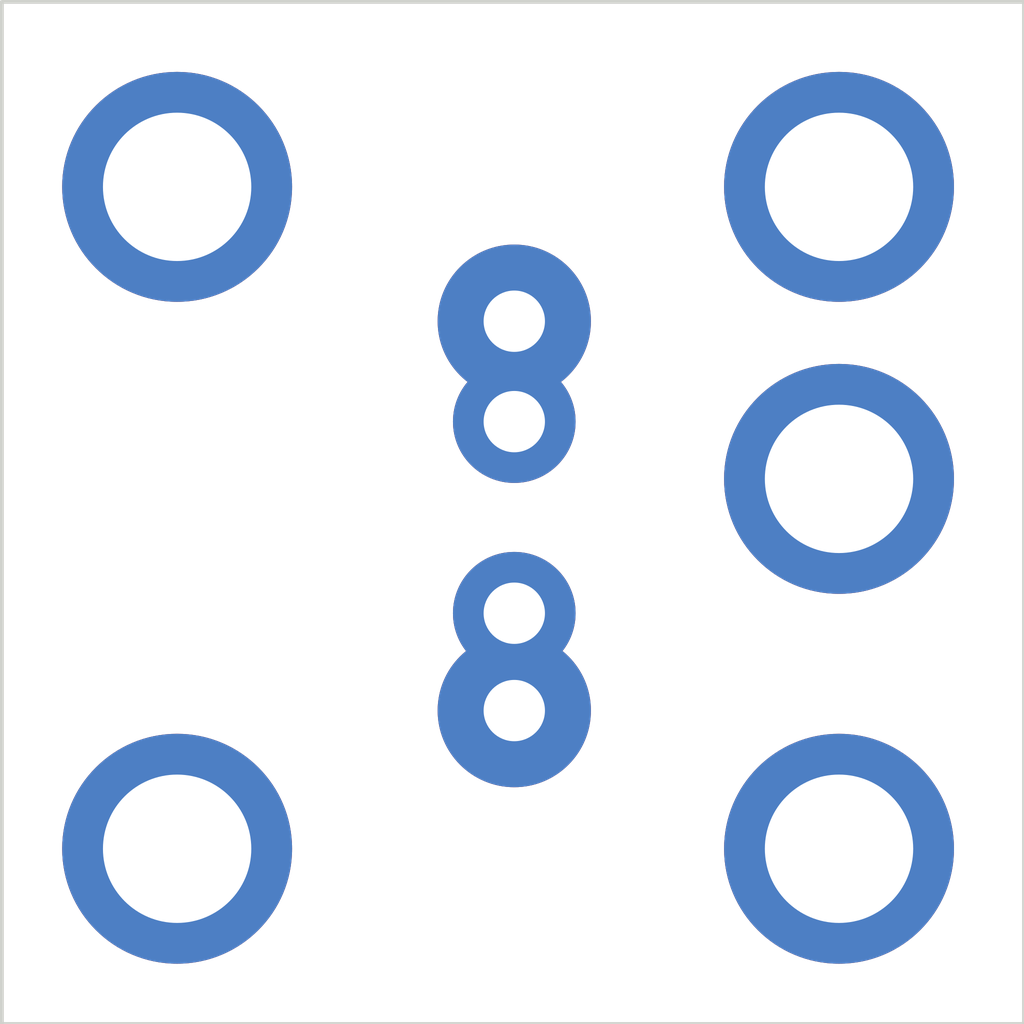
<source format=kicad_pcb>
(kicad_pcb (version 20241229) (generator "pcbnew") (generator_version "9.0")
  (title_block (title "ZX Spectrum Coil") (date "2026-01-19") (rev "1") (company "Submeson Brain Corperation"))
  (layers (0 "F.Cu" signal) (2 "B.Cu" signal) (13 "F.Paste" user) (15 "B.Paste" user) (5 "F.SilkS" user "F.Silkscreen") (7 "B.SilkS" user "B.Silkscreen") (1 "F.Mask" user) (3 "B.Mask" user) (25 "Edge.Cuts" user))
  (net 0 "")
  (footprint "Capacitor_THT:CP_Radial_D6.3mm_P2.50mm" (layer "F.Cu") (at 133.431 78.374 -90)
    (property "Reference" "REF**" (hide yes))
    (property "Value" "CP_Radial_D6.3mm_P2.50mm" (hide yes))
    (pad "1" thru_hole circle (at 0 0 270) (size 1.6 1.6) (drill 0.8) (layers "*.Cu" "*.Mask"))
    (pad "2" thru_hole circle (at 2.5 0 270) (size 1.6 1.6) (drill 0.8) (layers "*.Cu" "*.Mask"))
  )
  (footprint "ZXSpectrum:Choke" (layer "F.Cu") (at 133.431 79.604 -90)
    (property "Reference" "T1" (hide yes))
    (property "Value" "Coil" (hide yes))
    (pad "1" thru_hole circle (at -2.54 0 270) (size 2 2) (drill 0.8) (layers "*.Cu" "*.Mask"))
    (pad "2" thru_hole circle (at 2.54 0 270) (size 2 2) (drill 0.8) (layers "*.Cu" "*.Mask"))
  )
  (gr_line (start 140.081 72.898) (end 126.746 72.898) (stroke (width 0.05)) (layer "Edge.Cuts"))
  (gr_line (start 126.746 86.233) (end 140.081 86.233) (stroke (width 0.05)) (layer "Edge.Cuts"))
  (gr_line (start 126.746 72.898) (end 126.746 86.233) (stroke (width 0.05)) (layer "Edge.Cuts"))
  (gr_line (start 140.081 86.233) (end 140.081 72.898) (stroke (width 0.05)) (layer "Edge.Cuts"))
  (via (at 129.032 75.311) (size 3) (drill 1.93548) (layers "F.Cu" "B.Cu") (net 0))
  (via (at 129.032 83.947) (size 3) (drill 1.93548) (layers "F.Cu" "B.Cu") (net 0))
  (via (at 137.668 83.947) (size 3) (drill 1.93548) (layers "F.Cu" "B.Cu") (net 0))
  (via (at 137.668 79.121) (size 3) (drill 1.93548) (layers "F.Cu" "B.Cu") (net 0))
  (via (at 137.668 75.311) (size 3) (drill 1.93548) (layers "F.Cu" "B.Cu") (net 0))
  (segment (start 129.032 75.311) (end 129.1596 75.311) (width 0.305) (layer "B.Cu") (net 0))
)
</source>
